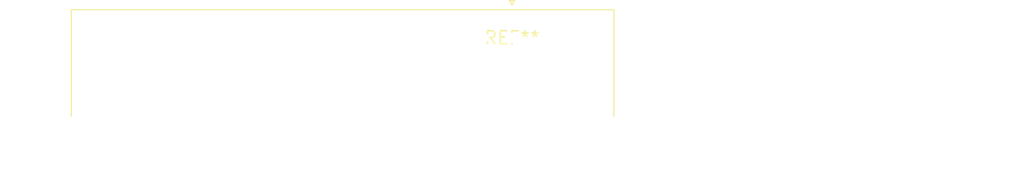
<source format=kicad_pcb>
(kicad_pcb (version 20240108) (generator pcbnew)
  (layers (0 "F.Cu" signal) (31 "B.Cu" signal) (34 "B.Paste" user) (35 "F.Paste" user) (36 "B.SilkS" user "B.Silkscreen") (37 "F.SilkS" user "F.Silkscreen") (38 "B.Mask" user) (39 "F.Mask" user) (44 "Edge.Cuts" user))
  (net 0 "")
  (footprint "DSUB-25_Female_Horizontal_P2.77x2.84mm_EdgePinOffset4.94mm_Housed_MountingHolesOffset7.48mm" (layer "F.Cu") (at 0 0)
    (property "Reference" "REF**")
    (property "Value" "DSUB-25_Female_Horizontal_P2.77x2.84mm_EdgePinOffset4.94mm_Housed_MountingHolesOffset7.48mm")
    (fp_line (start -43.23 -2.76) (end 9.99 -2.76) (layer "F.SilkS") (stroke (width 0.12)))
    (fp_line (start -43.23 7.72) (end -43.23 -2.76) (layer "F.SilkS") (stroke (width 0.12)))
    (fp_line (start -0.25 -3.654338) (end 0.25 -3.654338) (layer "F.SilkS") (stroke (width 0.12)))
    (fp_line (start 0 -3.221325) (end -0.25 -3.654338) (layer "F.SilkS") (stroke (width 0.12)))
    (fp_line (start 0.25 -3.654338) (end 0 -3.221325) (layer "F.SilkS") (stroke (width 0.12)))
    (fp_line (start 9.99 -2.76) (end 9.99 7.72) (layer "F.SilkS") (stroke (width 0.12)))
    (pad "0" thru_hole circle (at -40.17 0.3) (size 4 4) (drill 3.2) (layers *.Cu *.Mask) (remove_unused_layers))
    (pad "0" thru_hole circle (at 6.93 0.3) (size 4 4) (drill 3.2) (layers *.Cu *.Mask) (remove_unused_layers))
    (pad "1" thru_hole rect (at 0 0) (size 1.6 1.6) (drill 1) (layers *.Cu *.Mask) (remove_unused_layers))
    (pad "2" thru_hole circle (at -2.77 0) (size 1.6 1.6) (drill 1) (layers *.Cu *.Mask) (remove_unused_layers))
    (pad "3" thru_hole circle (at -5.54 0) (size 1.6 1.6) (drill 1) (layers *.Cu *.Mask) (remove_unused_layers))
    (pad "4" thru_hole circle (at -8.31 0) (size 1.6 1.6) (drill 1) (layers *.Cu *.Mask) (remove_unused_layers))
    (pad "5" thru_hole circle (at -11.08 0) (size 1.6 1.6) (drill 1) (layers *.Cu *.Mask) (remove_unused_layers))
    (pad "6" thru_hole circle (at -13.85 0) (size 1.6 1.6) (drill 1) (layers *.Cu *.Mask) (remove_unused_layers))
    (pad "7" thru_hole circle (at -16.62 0) (size 1.6 1.6) (drill 1) (layers *.Cu *.Mask) (remove_unused_layers))
    (pad "8" thru_hole circle (at -19.39 0) (size 1.6 1.6) (drill 1) (layers *.Cu *.Mask) (remove_unused_layers))
    (pad "9" thru_hole circle (at -22.16 0) (size 1.6 1.6) (drill 1) (layers *.Cu *.Mask) (remove_unused_layers))
    (pad "10" thru_hole circle (at -24.93 0) (size 1.6 1.6) (drill 1) (layers *.Cu *.Mask) (remove_unused_layers))
    (pad "11" thru_hole circle (at -27.7 0) (size 1.6 1.6) (drill 1) (layers *.Cu *.Mask) (remove_unused_layers))
    (pad "12" thru_hole circle (at -30.47 0) (size 1.6 1.6) (drill 1) (layers *.Cu *.Mask) (remove_unused_layers))
    (pad "13" thru_hole circle (at -33.24 0) (size 1.6 1.6) (drill 1) (layers *.Cu *.Mask) (remove_unused_layers))
    (pad "14" thru_hole circle (at -1.385 2.84) (size 1.6 1.6) (drill 1) (layers *.Cu *.Mask) (remove_unused_layers))
    (pad "15" thru_hole circle (at -4.155 2.84) (size 1.6 1.6) (drill 1) (layers *.Cu *.Mask) (remove_unused_layers))
    (pad "16" thru_hole circle (at -6.925 2.84) (size 1.6 1.6) (drill 1) (layers *.Cu *.Mask) (remove_unused_layers))
    (pad "17" thru_hole circle (at -9.695 2.84) (size 1.6 1.6) (drill 1) (layers *.Cu *.Mask) (remove_unused_layers))
    (pad "18" thru_hole circle (at -12.465 2.84) (size 1.6 1.6) (drill 1) (layers *.Cu *.Mask) (remove_unused_layers))
    (pad "19" thru_hole circle (at -15.235 2.84) (size 1.6 1.6) (drill 1) (layers *.Cu *.Mask) (remove_unused_layers))
    (pad "20" thru_hole circle (at -18.005 2.84) (size 1.6 1.6) (drill 1) (layers *.Cu *.Mask) (remove_unused_layers))
    (pad "21" thru_hole circle (at -20.775 2.84) (size 1.6 1.6) (drill 1) (layers *.Cu *.Mask) (remove_unused_layers))
    (pad "22" thru_hole circle (at -23.545 2.84) (size 1.6 1.6) (drill 1) (layers *.Cu *.Mask) (remove_unused_layers))
    (pad "23" thru_hole circle (at -26.315 2.84) (size 1.6 1.6) (drill 1) (layers *.Cu *.Mask) (remove_unused_layers))
    (pad "24" thru_hole circle (at -29.085 2.84) (size 1.6 1.6) (drill 1) (layers *.Cu *.Mask) (remove_unused_layers))
    (pad "25" thru_hole circle (at -31.855 2.84) (size 1.6 1.6) (drill 1) (layers *.Cu *.Mask) (remove_unused_layers))
  )
)
</source>
